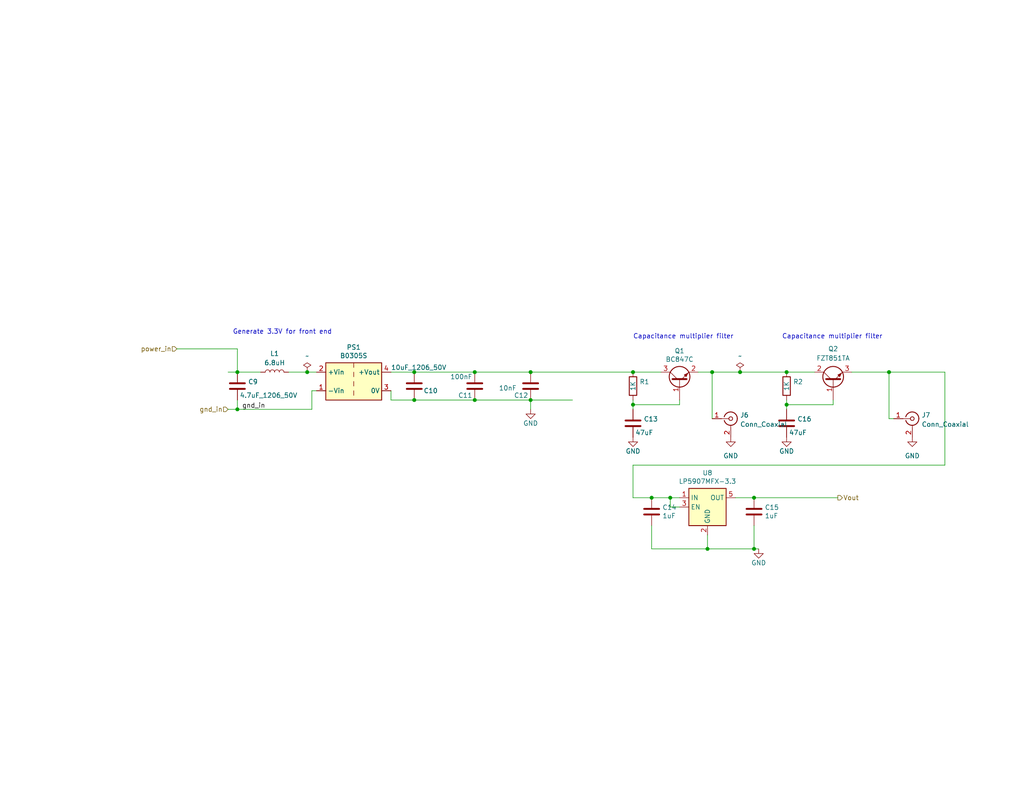
<source format=kicad_sch>
(kicad_sch (version 20230121) (generator eeschema)
  (paper "USLetter")
  (title_block (date "2023-08-21") (rev "9") (company "Boulder, CO 80305") (comment 1 "325 Broadway") (comment 2 "NIST") (comment 3 "Sae Woo Nam"))
  (lib_symbols
    (symbol "0JLC-6:10uF_1206_50V" (pin_numbers hide) (pin_names (offset 0.254))
      (property "Reference" "C" (at 0.635 2.54 0))
      (property "Value" "10uF_1206_50V" (at 0.635 -2.54 0))
      (symbol "10uF_1206_50V_0_1"
        (polyline (pts (xy -2.032 -0.762) (xy 2.032 -0.762)) (stroke (width 0.508)))
        (polyline (pts (xy -2.032 0.762) (xy 2.032 0.762)) (stroke (width 0.508)))
      )
      (symbol "10uF_1206_50V_1_1"
        (pin passive line (at 0 3.81 270) (length 2.794) (name "~") (number "1"))
        (pin passive line (at 0 -3.81 90) (length 2.794) (name "~") (number "2"))
      )
    )
    (symbol "0JLC-6:1K" (pin_numbers hide) (pin_names (offset 0))
      (property "Reference" "R" (at 2.032 0 90))
      (property "Value" "1K" (at 0 0 90))
      (symbol "1K_0_1"
        (rectangle (start -1.016 -2.54) (end 1.016 2.54) (stroke (width 0.254)))
      )
      (symbol "1K_1_1"
        (pin passive line (at 0 3.81 270) (length 1.27) (name "~") (number "1"))
        (pin passive line (at 0 -3.81 90) (length 1.27) (name "~") (number "2"))
      )
    )
    (symbol "0JLC-6:1uF" (pin_numbers hide) (pin_names (offset 0.254))
      (property "Reference" "C" (at 0.635 2.54 0))
      (property "Value" "1uF" (at 0.635 -2.54 0))
      (symbol "1uF_0_1"
        (polyline (pts (xy -2.032 -0.762) (xy 2.032 -0.762)) (stroke (width 0.508)))
        (polyline (pts (xy -2.032 0.762) (xy 2.032 0.762)) (stroke (width 0.508)))
      )
      (symbol "1uF_1_1"
        (pin passive line (at 0 3.81 270) (length 2.794) (name "~") (number "1"))
        (pin passive line (at 0 -3.81 90) (length 2.794) (name "~") (number "2"))
      )
    )
    (symbol "0JLC-6:4.7uF_1206_50V" (pin_numbers hide) (pin_names (offset 0.254))
      (property "Reference" "C" (at 0.635 2.54 0))
      (property "Value" "4.7uF_1206_50V" (at 0.635 -2.54 0))
      (symbol "4.7uF_1206_50V_0_1"
        (polyline (pts (xy -2.032 -0.762) (xy 2.032 -0.762)) (stroke (width 0.508)))
        (polyline (pts (xy -2.032 0.762) (xy 2.032 0.762)) (stroke (width 0.508)))
      )
      (symbol "4.7uF_1206_50V_1_1"
        (pin passive line (at 0 3.81 270) (length 2.794) (name "~") (number "1"))
        (pin passive line (at 0 -3.81 90) (length 2.794) (name "~") (number "2"))
      )
    )
    (symbol "0JLC-6:LP5907MFX-3.3"
      (property "Reference" "U" (at -3.81 6.35 0))
      (property "Value" "LP5907MFX-3.3" (at 6.35 6.35 0))
      (symbol "LP5907MFX-3.3_0_1"
        (rectangle (start -5.08 -5.08) (end 5.08 5.08) (stroke (width 0.254)) (fill (type background)))
        (pin power_in line (at -7.62 2.54 0) (length 2.54) (name "IN") (number "1"))
        (pin power_in line (at 0 -7.62 90) (length 2.54) (name "GND") (number "2"))
        (pin input line (at -7.62 0 0) (length 2.54) (name "EN") (number "3"))
        (pin no_connect line (at 5.08 0 180) (length 2.54) hide (name "NC") (number "4"))
        (pin power_out line (at 7.62 2.54 180) (length 2.54) (name "OUT") (number "5"))
      )
    )
    (symbol "0JLC-7:100nF" (pin_numbers hide) (pin_names (offset 0.254))
      (property "Reference" "C8" (at -3.81 -1.2701 0))
      (property "Value" "100nF" (at -3.81 1.2699 0))
      (symbol "100nF_0_1"
        (polyline (pts (xy -2.032 -0.762) (xy 2.032 -0.762)) (stroke (width 0.508)))
        (polyline (pts (xy -2.032 0.762) (xy 2.032 0.762)) (stroke (width 0.508)))
      )
      (symbol "100nF_1_1"
        (pin passive line (at 0 3.81 270) (length 2.794) (name "~") (number "1"))
        (pin passive line (at 0 -3.81 90) (length 2.794) (name "~") (number "2"))
      )
    )
    (symbol "0JLC-7:B0305S-1WR2-0my_power"
      (property "Reference" "PS?" (at 0 9.3218 0))
      (property "Value" "B0305S" (at 0 7.0104 0))
      (symbol "B0305S-1WR2-0my_power_0_0"
        (pin power_in line (at -10.16 -2.54 0) (length 2.54) (name "-Vin") (number "1"))
        (pin power_in line (at -10.16 2.54 0) (length 2.54) (name "+Vin") (number "2"))
        (pin power_out line (at 10.16 -2.54 180) (length 2.54) (name "0V") (number "3"))
        (pin power_out line (at 10.16 2.54 180) (length 2.54) (name "+Vout") (number "4"))
      )
      (symbol "B0305S-1WR2-0my_power_0_1"
        (rectangle (start -7.62 5.08) (end 7.62 -5.08) (stroke (width 0.254)) (fill (type background)))
        (polyline (pts (xy 0 -2.54) (xy 0 -3.81)))
        (polyline (pts (xy 0 0) (xy 0 -1.27)))
        (polyline (pts (xy 0 2.54) (xy 0 1.27)))
        (polyline (pts (xy 0 5.08) (xy 0 3.81)))
      )
    )
    (symbol "0JLC-7:L_6.8uH_NLCV32T" (pin_numbers hide) (pin_names (offset 1.016) hide)
      (property "Reference" "L?" (at 0 5.08 0))
      (property "Value" "6.8uH" (at 0 2.54 0))
      (symbol "L_6.8uH_NLCV32T_0_1"
        (arc (start -1.27 0) (mid -1.905 0.6323) (end -2.54 0))
        (arc (start 0 0) (mid -0.635 0.6323) (end -1.27 0))
        (arc (start 1.27 0) (mid 0.635 0.6323) (end 0 0))
        (arc (start 2.54 0) (mid 1.905 0.6323) (end 1.27 0))
      )
      (symbol "L_6.8uH_NLCV32T_1_1"
        (pin passive line (at -3.81 0 0) (length 1.27) (name "1") (number "1"))
        (pin passive line (at 3.81 0 180) (length 1.27) (name "2") (number "2"))
      )
    )
    (symbol "Connector:Conn_Coaxial" (pin_names (offset 1.016) hide)
      (property "Reference" "J" (at 0.254 3.048 0))
      (property "Value" "Conn_Coaxial" (at 2.921 0 90))
      (symbol "Conn_Coaxial_0_1"
        (arc (start -1.778 -0.508) (mid 0.2311 -1.8066) (end 1.778 0) (stroke (width 0.254)))
        (polyline (pts (xy -2.54 0) (xy -0.508 0)))
        (polyline (pts (xy 0 -2.54) (xy 0 -1.778)))
        (circle (center 0 0) (radius 0.508) (stroke (width 0.2032)))
        (arc (start 1.778 0) (mid 0.2099 1.8101) (end -1.778 0.508) (stroke (width 0.254)))
      )
      (symbol "Conn_Coaxial_1_1"
        (pin passive line (at -5.08 0 0) (length 2.54) (name "In") (number "1"))
        (pin passive line (at 0 -5.08 90) (length 2.54) (name "Ext") (number "2"))
      )
    )
    (symbol "Device:C" (pin_numbers hide) (pin_names (offset 0.254))
      (property "Reference" "C" (at 0.635 2.54 0))
      (property "Value" "C" (at 0.635 -2.54 0))
      (symbol "C_0_1"
        (polyline (pts (xy -2.032 -0.762) (xy 2.032 -0.762)) (stroke (width 0.508)))
        (polyline (pts (xy -2.032 0.762) (xy 2.032 0.762)) (stroke (width 0.508)))
      )
      (symbol "C_1_1"
        (pin passive line (at 0 3.81 270) (length 2.794) (name "~") (number "1"))
        (pin passive line (at 0 -3.81 90) (length 2.794) (name "~") (number "2"))
      )
    )
    (symbol "Device:Q_NPN_BCE" (pin_names (offset 0) hide)
      (property "Reference" "Q" (at 5.08 1.27 0))
      (property "Value" "Q_NPN_BCE" (at 5.08 -1.27 0))
      (symbol "Q_NPN_BCE_0_1"
        (polyline (pts (xy 0.635 0.635) (xy 2.54 2.54)))
        (polyline (pts (xy 0.635 -0.635) (xy 2.54 -2.54) (xy 2.54 -2.54)))
        (polyline (pts (xy 0.635 1.905) (xy 0.635 -1.905) (xy 0.635 -1.905)) (stroke (width 0.508)))
        (polyline (pts (xy 1.27 -1.778) (xy 1.778 -1.27) (xy 2.286 -2.286) (xy 1.27 -1.778) (xy 1.27 -1.778)) (fill (type outline)))
        (circle (center 1.27 0) (radius 2.8194) (stroke (width 0.254)))
      )
      (symbol "Q_NPN_BCE_1_1"
        (pin input line (at -5.08 0 0) (length 5.715) (name "B") (number "1"))
        (pin passive line (at 2.54 5.08 270) (length 2.54) (name "C") (number "2"))
        (pin passive line (at 2.54 -5.08 90) (length 2.54) (name "E") (number "3"))
      )
    )
    (symbol "Transistor_BJT:BC847" (pin_names (offset 0) hide)
      (property "Reference" "Q" (at 5.08 1.905 0))
      (property "Value" "BC847" (at 5.08 0 0))
      (symbol "BC847_0_1"
        (polyline (pts (xy 0.635 0.635) (xy 2.54 2.54)))
        (polyline (pts (xy 0.635 -0.635) (xy 2.54 -2.54) (xy 2.54 -2.54)))
        (polyline (pts (xy 0.635 1.905) (xy 0.635 -1.905) (xy 0.635 -1.905)) (stroke (width 0.508)))
        (polyline (pts (xy 1.27 -1.778) (xy 1.778 -1.27) (xy 2.286 -2.286) (xy 1.27 -1.778) (xy 1.27 -1.778)) (fill (type outline)))
        (circle (center 1.27 0) (radius 2.8194) (stroke (width 0.254)))
      )
      (symbol "BC847_1_1"
        (pin input line (at -5.08 0 0) (length 5.715) (name "B") (number "1"))
        (pin passive line (at 2.54 -5.08 90) (length 2.54) (name "E") (number "2"))
        (pin passive line (at 2.54 5.08 270) (length 2.54) (name "C") (number "3"))
      )
    )
    (symbol "power:GND" (power) (pin_names (offset 0))
      (property "Value" "GND" (at 0 -3.81 0))
      (symbol "GND_0_1"
        (polyline (pts (xy 0 0) (xy 0 -1.27) (xy 1.27 -1.27) (xy 0 -2.54) (xy -1.27 -1.27) (xy 0 -1.27)))
      )
      (symbol "GND_1_1"
        (pin power_in line (at 0 0 270) (length 0) hide (name "GND") (number "1"))
      )
    )
    (symbol "power:PWR_FLAG" (power) (pin_numbers hide) (pin_names (offset 0) hide)
      (property "Value" "PWR_FLAG" (at 0 3.81 0))
      (symbol "PWR_FLAG_0_0"
        (pin power_out line (at 0 0 90) (length 0) (name "pwr") (number "1"))
      )
      (symbol "PWR_FLAG_0_1"
        (polyline (pts (xy 0 0) (xy 0 1.27) (xy -1.016 1.905) (xy 0 2.54) (xy 1.016 1.905) (xy 0 1.27)))
      )
    )
  )
  (junction (at 113.03 109.22))
  (junction (at 129.54 109.22))
  (junction (at 64.77 111.76))
  (junction (at 182.88 135.89))
  (junction (at 194.31 101.6))
  (junction (at 205.74 135.89))
  (junction (at 113.03 101.6))
  (junction (at 144.78 101.6))
  (junction (at 144.78 109.22))
  (junction (at 64.77 101.6))
  (junction (at 242.57 101.6))
  (junction (at 193.04 149.86))
  (junction (at 172.72 110.49))
  (junction (at 172.72 101.6))
  (junction (at 129.54 101.6))
  (junction (at 214.63 101.6))
  (junction (at 205.74 149.86))
  (junction (at 83.82 101.6))
  (junction (at 201.93 101.6))
  (junction (at 214.63 110.49))
  (junction (at 177.8 135.89))
  (wire (pts (xy 172.72 110.49) (xy 185.42 110.49)))
  (wire (pts (xy 227.33 109.22) (xy 227.33 110.49)))
  (wire (pts (xy 185.42 110.49) (xy 185.42 109.22)))
  (wire (pts (xy 257.81 101.6) (xy 257.81 127)))
  (wire (pts (xy 62.23 111.76) (xy 64.77 111.76)))
  (wire (pts (xy 214.63 109.22) (xy 214.63 110.49)))
  (wire (pts (xy 177.8 149.86) (xy 177.8 143.51)))
  (wire (pts (xy 214.63 110.49) (xy 214.63 111.76)))
  (wire (pts (xy 242.57 114.3) (xy 243.84 114.3)))
  (wire (pts (xy 242.57 101.6) (xy 242.57 114.3)))
  (wire (pts (xy 129.54 109.22) (xy 113.03 109.22)))
  (wire (pts (xy 106.68 109.22) (xy 113.03 109.22)))
  (wire (pts (xy 205.74 135.89) (xy 228.6 135.89)))
  (wire (pts (xy 62.23 101.6) (xy 64.77 101.6)))
  (wire (pts (xy 182.88 135.89) (xy 185.42 135.89)))
  (wire (pts (xy 205.74 149.86) (xy 207.01 149.86)))
  (wire (pts (xy 172.72 101.6) (xy 180.34 101.6)))
  (wire (pts (xy 242.57 101.6) (xy 257.81 101.6)))
  (wire (pts (xy 64.77 101.6) (xy 71.12 101.6)))
  (wire (pts (xy 129.54 101.6) (xy 144.78 101.6)))
  (wire (pts (xy 64.77 101.6) (xy 64.77 95.25)))
  (wire (pts (xy 205.74 135.89) (xy 200.66 135.89)))
  (wire (pts (xy 194.31 101.6) (xy 201.93 101.6)))
  (wire (pts (xy 172.72 135.89) (xy 177.8 135.89)))
  (wire (pts (xy 172.72 110.49) (xy 172.72 111.76)))
  (wire (pts (xy 201.93 101.6) (xy 214.63 101.6)))
  (wire (pts (xy 182.88 135.89) (xy 182.88 138.43)))
  (wire (pts (xy 113.03 101.6) (xy 129.54 101.6)))
  (wire (pts (xy 172.72 109.22) (xy 172.72 110.49)))
  (wire (pts (xy 257.81 127) (xy 172.72 127)))
  (wire (pts (xy 83.82 101.6) (xy 86.36 101.6)))
  (wire (pts (xy 214.63 110.49) (xy 227.33 110.49)))
  (wire (pts (xy 177.8 135.89) (xy 182.88 135.89)))
  (wire (pts (xy 64.77 95.25) (xy 48.26 95.25)))
  (wire (pts (xy 194.31 114.3) (xy 194.31 101.6)))
  (wire (pts (xy 129.54 109.22) (xy 144.78 109.22)))
  (wire (pts (xy 86.36 106.68) (xy 85.09 106.68)))
  (wire (pts (xy 85.09 111.76) (xy 64.77 111.76)))
  (wire (pts (xy 205.74 143.51) (xy 205.74 149.86)))
  (wire (pts (xy 106.68 101.6) (xy 113.03 101.6)))
  (wire (pts (xy 232.41 101.6) (xy 242.57 101.6)))
  (wire (pts (xy 144.78 101.6) (xy 172.72 101.6)))
  (wire (pts (xy 193.04 149.86) (xy 177.8 149.86)))
  (wire (pts (xy 193.04 146.05) (xy 193.04 149.86)))
  (wire (pts (xy 64.77 109.22) (xy 64.77 111.76)))
  (wire (pts (xy 144.78 111.76) (xy 144.78 109.22)))
  (wire (pts (xy 78.74 101.6) (xy 83.82 101.6)))
  (wire (pts (xy 214.63 101.6) (xy 222.25 101.6)))
  (wire (pts (xy 193.04 149.86) (xy 205.74 149.86)))
  (wire (pts (xy 144.78 109.22) (xy 156.21 109.22)))
  (wire (pts (xy 182.88 138.43) (xy 185.42 138.43)))
  (wire (pts (xy 85.09 106.68) (xy 85.09 111.76)))
  (wire (pts (xy 106.68 106.68) (xy 106.68 109.22)))
  (wire (pts (xy 172.72 127) (xy 172.72 135.89)))
  (wire (pts (xy 190.5 101.6) (xy 194.31 101.6)))
  (text "Generate 3.3V for front end" (at 63.5 91.44 0) (effects (font (size 1.27 1.27)) (justify left bottom)))
  (text "Capacitance multiplier filter" (at 172.72 92.71 0) (effects (font (size 1.27 1.27)) (justify left bottom)))
  (text "Capacitance multiplier filter" (at 213.36 92.71 0) (effects (font (size 1.27 1.27)) (justify left bottom)))
  (label "gnd_in" (at 66.04 111.76 0))
  (hierarchical_label "gnd_in" (shape input) (at 62.23 111.76 180))
  (hierarchical_label "Vout" (shape output) (at 228.6 135.89 0))
  (hierarchical_label "power_in" (shape input) (at 48.26 95.25 180))
  (symbol (lib_id "0JLC-7:100nF") (at 129.54 105.41 180) (unit 1)
    (property "Reference" "C11" (at 128.905 107.95 0) (effects (justify left)))
    (property "Value" "100nF" (at 128.905 102.87 0) (effects (justify left)))
    (property "Footprint" "Capacitor_SMD:C_0603_1608Metric_Pad1.08x0.95mm_HandSolder" (effects hide))
    (property "MFR" "Samsung" (effects hide))
    (property "MPN" "CC0603KRX7R9BB104" (effects hide))
    (property "SPURL" "-" (effects hide))
    (property "LCSC" "C14663" (effects hide))
    (instances (project "uart_mux_v3" (path "" (reference "C11") (unit 1))) (project "sq_lockin_v9" (path "" (reference "C34") (unit 1))))
  )
  (symbol (lib_id "Device:C") (at 144.78 105.41 180) (unit 1)
    (property "Reference" "C12" (at 144.145 107.95 0) (effects (justify left)))
    (property "Value" "10nF" (at 140.97 106.68 0) (effects (justify left top)))
    (property "Footprint" "Capacitor_SMD:C_0603_1608Metric_Pad1.08x0.95mm_HandSolder" (effects hide))
    (property "Datasheet" "0603B103K500NT" (effects hide))
    (property "MFR" "Samsung" (effects hide))
    (property "MPN" "0603B103K500NT" (effects hide))
    (property "LCSC" "C57112" (effects hide))
    (property "SPURL" "-" (effects hide))
    (instances (project "uart_mux_v3" (path "" (reference "C12") (unit 1))) (project "sq_lockin_v9" (path "" (reference "C36") (unit 1))))
  )
  (symbol (lib_id "power:GND") (at 144.78 111.76 0) (unit 1)
    (property "Reference" "#PWR027" (effects hide))
    (property "Value" "~" (at 144.78 115.57 0))
    (instances (project "uart_mux_v3" (path "" (reference "#PWR027") (unit 1))) (project "sq_lockin_v9" (path "" (reference "#PWR058") (unit 1))))
  )
  (symbol (lib_id "power:GND") (at 172.72 119.38 0) (unit 1)
    (property "Reference" "#PWR028" (effects hide))
    (property "Value" "~" (at 172.72 123.19 0))
    (instances (project "uart_mux_v3" (path "" (reference "#PWR028") (unit 1))) (project "sq_lockin_v9" (path "" (reference "#PWR060") (unit 1))))
  )
  (symbol (lib_id "Transistor_BJT:BC847") (at 185.42 104.14 90) (unit 1)
    (property "Reference" "Q1" (at 185.42 95.8088 90))
    (property "Value" "BC847C" (at 185.42 98.1202 90))
    (property "Footprint" "Package_TO_SOT_SMD:SOT-23" (effects hide))
    (property "Datasheet" "http://www.infineon.com/dgdl/Infineon-BC847SERIES_BC848SERIES_BC849SERIES_BC850SERIES-DS-v01_01-en.pdf?fileId=db3a304314dca389011541d4630a1657" (effects hide))
    (property "MPN" "BC847C,215" (effects hide))
    (property "LCSC" "C8664" (effects hide))
    (property "JLCPCB Rotation Offset" "180" (effects hide))
  )
  (symbol (lib_id "0JLC-7:B0305S-1WR2-0my_power") (at 96.52 104.14 0) (unit 1)
    (property "Reference" "PS1" (at 96.52 94.8182 0))
    (property "Value" "B0305S" (at 96.52 97.1296 0))
    (property "Footprint" "Converter_DCDC:Converter_DCDC_Murata_MEE1SxxxxSC_THT" (effects hide))
    (property "LCSC" "C909802" (effects hide))
    (property "MPN" "B0305S" (effects hide))
    (property "Field5" "C7465186 ; C80854" (effects hide))
    (property "JLCPCB Rotation Offset" "90" (effects hide))
    (property "JLCPCB Position Offset" "-3.81,0" (effects hide))
  )
  (symbol (lib_id "0JLC-7:L_6.8uH_NLCV32T") (at 74.93 101.6 0) (mirror y) (unit 1)
    (property "Reference" "L1" (at 74.93 96.52 0))
    (property "Value" "6.8uH" (at 74.93 99.06 0))
    (property "Footprint" "Inductor_SMD:L_1210_3225Metric_Pad1.42x2.65mm_HandSolder" (effects hide))
    (property "MPN" "NLCV32T-6R8M-PFR" (effects hide))
    (property "LCSC" "C87558" (effects hide))
    (property "Field5" "C87558 ; C87559" (effects hide))
  )
  (symbol (lib_id "0JLC-6:10uF_1206_50V") (at 113.03 105.41 0) (unit 1)
    (property "Reference" "C10" (at 115.57 106.68 0) (effects (justify left)))
    (property "Value" "10uF_1206_50V" (at 106.68 100.33 0) (effects (justify left)))
    (property "Footprint" "Capacitor_SMD:C_1206_3216Metric_Pad1.33x1.80mm_HandSolder" (effects hide))
    (property "LCSC" "C13585" (effects hide))
    (property "MPN" "CL31A106KBHNNNE" (effects hide))
    (instances (project "uart_mux_v3" (path "" (reference "C10") (unit 1))) (project "sq_lockin_v9" (path "" (reference "C32") (unit 1))))
  )
  (symbol (lib_id "0JLC-6:4.7uF_1206_50V") (at 64.77 105.41 0) (unit 1)
    (property "Reference" "C9" (at 67.691 104.2416 0) (effects (justify left)))
    (property "Value" "4.7uF_1206_50V" (at 65.405 107.95 0) (effects (justify left)))
    (property "Footprint" "Capacitor_SMD:C_1206_3216Metric_Pad1.33x1.80mm_HandSolder" (effects hide))
    (property "LCSC" "C29823" (effects hide))
    (property "MPN" "1206B475K500NT" (effects hide))
    (instances (project "uart_mux_v3" (path "" (reference "C9") (unit 1))) (project "sq_lockin_v9" (path "" (reference "C29") (unit 1))))
  )
  (symbol (lib_id "0JLC-6:1K") (at 172.72 105.41 0) (unit 1)
    (property "Reference" "R1" (at 174.498 104.2416 0) (effects (justify left)))
    (property "Value" "1K" (at 172.72 105.41 90))
    (property "Footprint" "Resistor_SMD:R_0603_1608Metric_Pad0.98x0.95mm_HandSolder" (effects hide))
    (property "LCSC" "C21190" (effects hide))
    (property "MPN" "0603WAF1001T5E" (effects hide))
    (instances (project "uart_mux_v3" (path "" (reference "R1") (unit 1))) (project "sq_lockin_v9" (path "" (reference "R19") (unit 1))))
  )
  (symbol (lib_id "Device:C") (at 172.72 115.57 0) (unit 1)
    (property "Reference" "C13" (at 175.641 114.4016 0) (effects (justify left)))
    (property "Value" "47uF" (at 173.355 118.11 0) (effects (justify left)))
    (property "Footprint" "Capacitor_SMD:C_1210_3225Metric_Pad1.33x2.70mm_HandSolder" (effects hide))
    (property "LCSC" "C84494" (effects hide))
    (property "MPN" "GRM32ER71A476KE15L" (effects hide))
    (instances (project "uart_mux_v3" (path "" (reference "C13") (unit 1))) (project "sq_lockin_v9" (path "" (reference "C38") (unit 1))))
  )
  (symbol (lib_id "power:PWR_FLAG") (at 83.82 101.6 0) (unit 1)
    (property "Reference" "#FLG03" (effects hide))
    (property "Value" "~" (at 83.82 97.2058 0))
    (instances (project "uart_mux_v3" (path "" (reference "#FLG03") (unit 1))) (project "sq_lockin_v9" (path "" (reference "#FLG06") (unit 1))))
  )
  (symbol (lib_id "0JLC-6:1uF") (at 205.74 139.7 0) (unit 1)
    (property "Reference" "C15" (at 208.661 138.5316 0) (effects (justify left)))
    (property "Value" "1uF" (at 208.661 140.843 0) (effects (justify left)))
    (property "Footprint" "Capacitor_SMD:C_0603_1608Metric_Pad1.08x0.95mm_HandSolder" (effects hide))
    (property "LCSC" "C15849" (effects hide))
    (property "MPN" "CL10A105KB8NNNC" (effects hide))
  )
  (symbol (lib_id "power:GND") (at 214.63 119.38 0) (unit 1)
    (property "Reference" "#PWR031" (effects hide))
    (property "Value" "~" (at 214.63 123.19 0))
    (instances (project "uart_mux_v3" (path "" (reference "#PWR031") (unit 1))) (project "sq_lockin_v9" (path "" (reference "#PWR062") (unit 1))))
  )
  (symbol (lib_id "power:GND") (at 248.92 119.38 0) (unit 1)
    (property "Reference" "#PWR032" (effects hide))
    (property "Value" "GND" (at 248.92 124.46 0))
    (property "Footprint" "Connector_Coaxial:U.FL_Hirose_U.FL-R-SMT-1_Vertical" (effects hide))
    (instances (project "uart_mux_v3" (path "" (reference "#PWR032") (unit 1))) (project "sq_lockin_v9" (path "" (reference "#PWR063") (unit 1))))
  )
  (symbol (lib_id "0JLC-6:1uF") (at 177.8 139.7 0) (unit 1)
    (property "Reference" "C14" (at 180.721 138.5316 0) (effects (justify left)))
    (property "Value" "1uF" (at 180.721 140.843 0) (effects (justify left)))
    (property "Footprint" "Capacitor_SMD:C_0603_1608Metric_Pad1.08x0.95mm_HandSolder" (effects hide))
    (property "LCSC" "C15849" (effects hide))
    (property "MPN" "CL10A105KB8NNNC" (effects hide))
  )
  (symbol (lib_id "power:GND") (at 207.01 149.86 0) (unit 1)
    (property "Reference" "#PWR030" (effects hide))
    (property "Value" "GND" (at 207.01 153.67 0))
  )
  (symbol (lib_id "power:GND") (at 199.39 119.38 0) (unit 1)
    (property "Reference" "#PWR029" (effects hide))
    (property "Value" "GND" (at 199.39 124.46 0))
    (property "Footprint" "Connector_Coaxial:U.FL_Hirose_U.FL-R-SMT-1_Vertical" (effects hide))
    (instances (project "uart_mux_v3" (path "" (reference "#PWR029") (unit 1))) (project "sq_lockin_v9" (path "" (reference "#PWR061") (unit 1))))
  )
  (symbol (lib_id "0JLC-6:1K") (at 214.63 105.41 0) (unit 1)
    (property "Reference" "R2" (at 216.408 104.2416 0) (effects (justify left)))
    (property "Value" "1K" (at 214.63 105.41 90))
    (property "Footprint" "Resistor_SMD:R_0603_1608Metric_Pad0.98x0.95mm_HandSolder" (effects hide))
    (property "LCSC" "C21190" (effects hide))
    (property "MPN" "0603WAF1001T5E" (effects hide))
    (instances (project "uart_mux_v3" (path "" (reference "R2") (unit 1))) (project "sq_lockin_v9" (path "" (reference "R20") (unit 1))))
  )
  (symbol (lib_id "0JLC-6:LP5907MFX-3.3") (at 193.04 138.43 0) (unit 1)
    (property "Reference" "U8" (at 193.04 129.1082 0))
    (property "Value" "LP5907MFX-3.3" (at 193.04 131.4196 0))
    (property "Footprint" "Package_TO_SOT_SMD:SOT-23-5" (effects hide))
    (property "Datasheet" "http://www.ti.com/lit/ds/symlink/lp5907.pdf" (effects hide))
    (property "LCSC" "C80670" (effects hide))
    (property "MPN" "LP5907MFX-3.3/NOPB" (effects hide))
    (property "JLCPCB Rotation Offset" "180" (effects hide))
  )
  (symbol (lib_id "Connector:Conn_Coaxial") (at 199.39 114.3 0) (unit 1)
    (property "Reference" "J6" (at 201.93 113.3231 0) (effects (justify left)))
    (property "Value" "Conn_Coaxial" (at 201.93 115.8631 0) (effects (justify left)))
    (property "Footprint" "Connector_Coaxial:U.FL_Hirose_U.FL-R-SMT-1_Vertical" (effects hide))
    (property "Datasheet" " ~" (effects hide))
    (property "LCSC" "C88373" (effects hide))
    (instances (project "uart_mux_v3" (path "" (reference "J6") (unit 1))) (project "sq_lockin_v9" (path "" (reference "J12") (unit 1))))
  )
  (symbol (lib_id "Connector:Conn_Coaxial") (at 248.92 114.3 0) (unit 1)
    (property "Reference" "J7" (at 251.46 113.3231 0) (effects (justify left)))
    (property "Value" "Conn_Coaxial" (at 251.46 115.8631 0) (effects (justify left)))
    (property "Footprint" "Connector_Coaxial:U.FL_Hirose_U.FL-R-SMT-1_Vertical" (effects hide))
    (property "Datasheet" " ~" (effects hide))
    (property "LCSC" "C88373" (effects hide))
    (instances (project "uart_mux_v3" (path "" (reference "J7") (unit 1))) (project "sq_lockin_v9" (path "" (reference "J13") (unit 1))))
  )
  (symbol (lib_id "power:PWR_FLAG") (at 201.93 101.6 0) (unit 1)
    (property "Reference" "#FLG04" (effects hide))
    (property "Value" "~" (at 201.93 97.2058 0))
    (instances (project "uart_mux_v3" (path "" (reference "#FLG04") (unit 1))) (project "sq_lockin_v9" (path "" (reference "#FLG08") (unit 1))))
  )
  (symbol (lib_id "Device:C") (at 214.63 115.57 0) (unit 1)
    (property "Reference" "C16" (at 217.551 114.4016 0) (effects (justify left)))
    (property "Value" "47uF" (at 215.265 118.11 0) (effects (justify left)))
    (property "Footprint" "Capacitor_SMD:C_1210_3225Metric_Pad1.33x2.70mm_HandSolder" (effects hide))
    (property "LCSC" "C84494" (effects hide))
    (property "MPN" "GRM32ER71A476KE15L" (effects hide))
    (instances (project "uart_mux_v3" (path "" (reference "C16") (unit 1))) (project "sq_lockin_v9" (path "" (reference "C39") (unit 1))))
  )
  (symbol (lib_id "Device:Q_NPN_BCE") (at 227.33 104.14 90) (unit 1)
    (property "Reference" "Q2" (at 227.33 95.25 90))
    (property "Value" "FZT851TA" (at 227.33 97.79 90))
    (property "Footprint" "Package_TO_SOT_SMD:SOT-223-3_TabPin2" (effects hide))
    (property "LCSC" "C87950" (effects hide))
    (property "MPN" "FZT851TA" (effects hide))
    (property "JLCPCB Rotation Offset" "180" (effects hide))
  )
)
</source>
